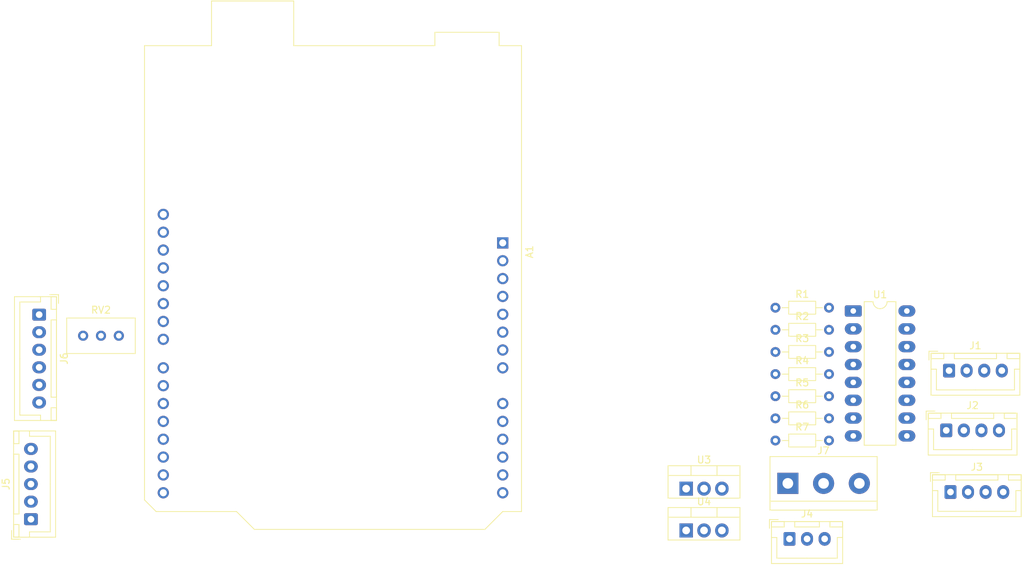
<source format=kicad_pcb>
(kicad_pcb (version 20241229) (generator "pcbnew") (generator_version "9.0")
  (layers (0 "F.Cu" signal) (2 "B.Cu" signal) (13 "F.Paste" user) (15 "B.Paste" user) (5 "F.SilkS" user "F.Silkscreen") (7 "B.SilkS" user "B.Silkscreen") (1 "F.Mask" user) (3 "B.Mask" user) (25 "Edge.Cuts" user))
  (net 0 "")
  (net 1 "+5VA")
  (net 4 "/LCD_D7")
  (net 6 "/BCD-2")
  (net 7 "/LCD_EN")
  (net 8 "/m2_Vbat")
  (net 9 "GND")
  (net 11 "/LCD_D5")
  (net 12 "/m1_Vbat")
  (net 14 "/LCD_D6")
  (net 17 "/LCD_RS")
  (net 18 "/m3_Vbat")
  (net 20 "Net-(A1-A1)")
  (net 22 "/COMMON")
  (net 25 "Net-(A1-A0)")
  (net 26 "/LCD_D4")
  (net 27 "/BCD-1")
  (net 29 "Net-(J5-Pin_5)")
  (net 30 "Net-(J6-Pin_3)")
  (net 31 "+5VD")
  (net 32 "/m1_Ibat")
  (net 33 "/m1_Iout")
  (net 34 "/m2_Ibat")
  (net 35 "/m2_Iout")
  (net 36 "/m3_Iout")
  (net 37 "/m3_Ibat")
  (net 38 "/UP")
  (net 39 "VCC")
  (net 40 "/dc_out")
  (net 41 "/dc_Vin")
  (net 42 "/dc_Vout")
  (footprint "Potentiometer_THT:Potentiometer_Bourns_3296W_Vertical" (layer "F.Cu") (at 59.65 72.79)
    (property "Reference" "RV2" (at -2.54 -3.66 0) (layer "F.SilkS"))
    (property "Value" "10K")
    (fp_line (start -7.415 -2.52) (end 2.335 -2.52) (stroke (width 0.12)) (layer "F.SilkS"))
    (fp_line (start -7.415 2.53) (end -7.415 -2.52) (stroke (width 0.12)) (layer "F.SilkS"))
    (fp_line (start 2.335 -2.52) (end 2.335 2.53) (stroke (width 0.12)) (layer "F.SilkS"))
    (fp_line (start 2.335 2.53) (end -7.415 2.53) (stroke (width 0.12)) (layer "F.SilkS"))
    (pad "1" thru_hole circle (at 0 0) (size 1.44 1.44) (drill 0.8) (layers "*.Cu" "*.Mask") (net 31 "+5VD"))
    (pad "2" thru_hole circle (at -2.54 0) (size 1.44 1.44) (drill 0.8) (layers "*.Cu" "*.Mask") (net 30 "Net-(J6-Pin_3)"))
    (pad "3" thru_hole circle (at -5.08 0) (size 1.44 1.44) (drill 0.8) (layers "*.Cu" "*.Mask") (net 9 "GND"))
  )
  (footprint "Package_DIP:DIP-16_W7.62mm_LongPads" (layer "F.Cu") (at 164.07 69.27)
    (property "Reference" "U1" (at 3.81 -2.33 0) (layer "F.SilkS"))
    (property "Value" "4052")
    (fp_line (start 1.56 -1.33) (end 1.56 19.11) (stroke (width 0.12)) (layer "F.SilkS"))
    (fp_line (start 1.56 19.11) (end 6.06 19.11) (stroke (width 0.12)) (layer "F.SilkS"))
    (fp_line (start 2.81 -1.33) (end 1.56 -1.33) (stroke (width 0.12)) (layer "F.SilkS"))
    (fp_line (start 6.06 -1.33) (end 4.81 -1.33) (stroke (width 0.12)) (layer "F.SilkS"))
    (fp_line (start 6.06 19.11) (end 6.06 -1.33) (stroke (width 0.12)) (layer "F.SilkS"))
    (fp_arc (start 4.81 -1.33) (mid 3.81 -0.33) (end 2.81 -1.33) (stroke (width 0.12)) (layer "F.SilkS"))
    (pad "1" thru_hole roundrect (at 0 0) (size 2.4 1.6) (drill 0.8) (layers "*.Cu" "*.Mask") (roundrect_rratio 0.15625) (net 36 "/m3_Iout"))
    (pad "2" thru_hole oval (at 0 2.54) (size 2.4 1.6) (drill 0.8) (layers "*.Cu" "*.Mask") (net 41 "/dc_Vin"))
    (pad "3" thru_hole oval (at 0 5.08) (size 2.4 1.6) (drill 0.8) (layers "*.Cu" "*.Mask") (net 20 "Net-(A1-A1)"))
    (pad "4" thru_hole oval (at 0 7.62) (size 2.4 1.6) (drill 0.8) (layers "*.Cu" "*.Mask") (net 42 "/dc_Vout"))
    (pad "5" thru_hole oval (at 0 10.16) (size 2.4 1.6) (drill 0.8) (layers "*.Cu" "*.Mask") (net 37 "/m3_Ibat"))
    (pad "6" thru_hole oval (at 0 12.7) (size 2.4 1.6) (drill 0.8) (layers "*.Cu" "*.Mask") (net 9 "GND"))
    (pad "7" thru_hole oval (at 0 15.24) (size 2.4 1.6) (drill 0.8) (layers "*.Cu" "*.Mask") (net 9 "GND"))
    (pad "8" thru_hole oval (at 0 17.78) (size 2.4 1.6) (drill 0.8) (layers "*.Cu" "*.Mask") (net 9 "GND"))
    (pad "9" thru_hole oval (at 7.62 17.78) (size 2.4 1.6) (drill 0.8) (layers "*.Cu" "*.Mask") (net 6 "/BCD-2"))
    (pad "10" thru_hole oval (at 7.62 15.24) (size 2.4 1.6) (drill 0.8) (layers "*.Cu" "*.Mask") (net 27 "/BCD-1"))
    (pad "11" thru_hole oval (at 7.62 12.7) (size 2.4 1.6) (drill 0.8) (layers "*.Cu" "*.Mask") (net 34 "/m2_Ibat"))
    (pad "12" thru_hole oval (at 7.62 10.16) (size 2.4 1.6) (drill 0.8) (layers "*.Cu" "*.Mask") (net 33 "/m1_Iout"))
    (pad "13" thru_hole oval (at 7.62 7.62) (size 2.4 1.6) (drill 0.8) (layers "*.Cu" "*.Mask") (net 25 "Net-(A1-A0)"))
    (pad "14" thru_hole oval (at 7.62 5.08) (size 2.4 1.6) (drill 0.8) (layers "*.Cu" "*.Mask") (net 32 "/m1_Ibat"))
    (pad "15" thru_hole oval (at 7.62 2.54) (size 2.4 1.6) (drill 0.8) (layers "*.Cu" "*.Mask") (net 35 "/m2_Iout"))
    (pad "16" thru_hole oval (at 7.62 0) (size 2.4 1.6) (drill 0.8) (layers "*.Cu" "*.Mask") (net 1 "+5VA"))
  )
  (footprint "Package_TO_SOT_THT:TO-220-3_Vertical" (layer "F.Cu") (at 140.31 100.5)
    (property "Reference" "U4" (at 2.54 -4.1 0) (layer "F.SilkS"))
    (property "Value" "L7805")
    (fp_line (start -2.57 -3.26) (end 7.65 -3.26) (stroke (width 0.12)) (layer "F.SilkS"))
    (fp_line (start -2.57 -1.88) (end 7.65 -1.88) (stroke (width 0.12)) (layer "F.SilkS"))
    (fp_line (start -2.57 1.36) (end -2.57 -3.26) (stroke (width 0.12)) (layer "F.SilkS"))
    (fp_line (start 0.69 -3.26) (end 0.69 -1.88) (stroke (width 0.12)) (layer "F.SilkS"))
    (fp_line (start 4.39 -3.26) (end 4.39 -1.88) (stroke (width 0.12)) (layer "F.SilkS"))
    (fp_line (start 7.65 -3.26) (end 7.65 1.36) (stroke (width 0.12)) (layer "F.SilkS"))
    (fp_line (start 7.65 1.36) (end -2.57 1.36) (stroke (width 0.12)) (layer "F.SilkS"))
    (pad "1" thru_hole rect (at 0 0) (size 1.905 2) (drill 1.1) (layers "*.Cu" "*.Mask") (net 39 "VCC"))
    (pad "2" thru_hole oval (at 2.54 0) (size 1.905 2) (drill 1.1) (layers "*.Cu" "*.Mask") (net 9 "GND"))
    (pad "3" thru_hole oval (at 5.08 0) (size 1.905 2) (drill 1.1) (layers "*.Cu" "*.Mask") (net 31 "+5VD"))
  )
  (footprint "Resistor_THT:R_Axial_DIN0204_L3.6mm_D1.6mm_P7.62mm_Horizontal" (layer "F.Cu") (at 153 87.7)
    (property "Reference" "R7" (at 3.81 -1.92 0) (layer "F.SilkS"))
    (property "Value" "10K")
    (fp_line (start 0.94 0) (end 1.89 0) (stroke (width 0.12)) (layer "F.SilkS"))
    (fp_line (start 6.68 0) (end 5.73 0) (stroke (width 0.12)) (layer "F.SilkS"))
    (fp_rect (start 1.89 -0.92) (end 5.73 0.92) (stroke (width 0.12)) (fill no) (layer "F.SilkS"))
    (pad "1" thru_hole circle (at 0 0) (size 1.4 1.4) (drill 0.7) (layers "*.Cu" "*.Mask") (net 22 "/COMMON"))
    (pad "2" thru_hole circle (at 7.62 0) (size 1.4 1.4) (drill 0.7) (layers "*.Cu" "*.Mask") (net 1 "+5VA"))
  )
  (footprint "TerminalBlock:TerminalBlock_bornier-3_P5.08mm" (layer "F.Cu") (at 154.77 93.8)
    (property "Reference" "J7" (at 5.05 -4.65 0) (layer "F.SilkS"))
    (property "Value" "Screw_Terminal_01x03")
    (fp_line (start -2.54 -3.81) (end 12.7 -3.81) (stroke (width 0.12)) (layer "F.SilkS"))
    (fp_line (start -2.54 2.54) (end 12.7 2.54) (stroke (width 0.12)) (layer "F.SilkS"))
    (fp_line (start -2.54 3.81) (end -2.54 -3.81) (stroke (width 0.12)) (layer "F.SilkS"))
    (fp_line (start -2.54 3.81) (end 12.7 3.81) (stroke (width 0.12)) (layer "F.SilkS"))
    (fp_line (start 12.7 3.81) (end 12.7 -3.81) (stroke (width 0.12)) (layer "F.SilkS"))
    (pad "1" thru_hole rect (at 0 0) (size 3 3) (drill 1.52) (layers "*.Cu" "*.Mask") (net 39 "VCC"))
    (pad "2" thru_hole circle (at 5.08 0) (size 3 3) (drill 1.52) (layers "*.Cu" "*.Mask") (net 40 "/dc_out"))
    (pad "3" thru_hole circle (at 10.16 0) (size 3 3) (drill 1.52) (layers "*.Cu" "*.Mask") (net 9 "GND"))
  )
  (footprint "Resistor_THT:R_Axial_DIN0204_L3.6mm_D1.6mm_P7.62mm_Horizontal" (layer "F.Cu") (at 153 78.25)
    (property "Reference" "R4" (at 3.81 -1.92 0) (layer "F.SilkS"))
    (property "Value" "1K")
    (fp_line (start 0.94 0) (end 1.89 0) (stroke (width 0.12)) (layer "F.SilkS"))
    (fp_line (start 6.68 0) (end 5.73 0) (stroke (width 0.12)) (layer "F.SilkS"))
    (fp_rect (start 1.89 -0.92) (end 5.73 0.92) (stroke (width 0.12)) (fill no) (layer "F.SilkS"))
    (pad "1" thru_hole circle (at 0 0) (size 1.4 1.4) (drill 0.7) (layers "*.Cu" "*.Mask") (net 42 "/dc_Vout"))
    (pad "2" thru_hole circle (at 7.62 0) (size 1.4 1.4) (drill 0.7) (layers "*.Cu" "*.Mask") (net 9 "GND"))
  )
  (footprint "Connector_JST:JST_XH_B5B-XH-A_1x05_P2.50mm_Vertical" (layer "F.Cu") (at 47.15 98.9 90)
    (property "Reference" "J5" (at 5 -3.55 90) (layer "F.SilkS"))
    (property "Value" "Conn_01x05")
    (fp_line (start -1.6 -2.75) (end -2.85 -2.75) (stroke (width 0.12)) (layer "F.SilkS"))
    (fp_line (start -2.85 -2.75) (end -2.85 -1.5) (stroke (width 0.12)) (layer "F.SilkS"))
    (fp_line (start 12.56 -2.46) (end -2.56 -2.46) (stroke (width 0.12)) (layer "F.SilkS"))
    (fp_line (start -2.56 -2.46) (end -2.56 3.51) (stroke (width 0.12)) (layer "F.SilkS"))
    (fp_line (start 12.55 -2.45) (end 10.75 -2.45) (stroke (width 0.12)) (layer "F.SilkS"))
    (fp_line (start 10.75 -2.45) (end 10.75 -1.7) (stroke (width 0.12)) (layer "F.SilkS"))
    (fp_line (start 9.25 -2.45) (end 0.75 -2.45) (stroke (width 0.12)) (layer "F.SilkS"))
    (fp_line (start 0.75 -2.45) (end 0.75 -1.7) (stroke (width 0.12)) (layer "F.SilkS"))
    (fp_line (start -0.75 -2.45) (end -2.55 -2.45) (stroke (width 0.12)) (layer "F.SilkS"))
    (fp_line (start -2.55 -2.45) (end -2.55 -1.7) (stroke (width 0.12)) (layer "F.SilkS"))
    (fp_line (start 12.55 -1.7) (end 12.55 -2.45) (stroke (width 0.12)) (layer "F.SilkS"))
    (fp_line (start 10.75 -1.7) (end 12.55 -1.7) (stroke (width 0.12)) (layer "F.SilkS"))
    (fp_line (start 9.25 -1.7) (end 9.25 -2.45) (stroke (width 0.12)) (layer "F.SilkS"))
    (fp_line (start 0.75 -1.7) (end 9.25 -1.7) (stroke (width 0.12)) (layer "F.SilkS"))
    (fp_line (start -0.75 -1.7) (end -0.75 -2.45) (stroke (width 0.12)) (layer "F.SilkS"))
    (fp_line (start -2.55 -1.7) (end -0.75 -1.7) (stroke (width 0.12)) (layer "F.SilkS"))
    (fp_line (start 12.55 -0.2) (end 11.8 -0.2) (stroke (width 0.12)) (layer "F.SilkS"))
    (fp_line (start 11.8 -0.2) (end 11.8 2.75) (stroke (width 0.12)) (layer "F.SilkS"))
    (fp_line (start -1.8 -0.2) (end -1.8 2.75) (stroke (width 0.12)) (layer "F.SilkS"))
    (fp_line (start -2.55 -0.2) (end -1.8 -0.2) (stroke (width 0.12)) (layer "F.SilkS"))
    (fp_line (start 11.8 2.75) (end 5 2.75) (stroke (width 0.12)) (layer "F.SilkS"))
    (fp_line (start -1.8 2.75) (end 5 2.75) (stroke (width 0.12)) (layer "F.SilkS"))
    (fp_line (start 12.56 3.51) (end 12.56 -2.46) (stroke (width 0.12)) (layer "F.SilkS"))
    (fp_line (start -2.56 3.51) (end 12.56 3.51) (stroke (width 0.12)) (layer "F.SilkS"))
    (pad "1" thru_hole roundrect (at 0 0 90) (size 1.7 1.95) (drill 0.95) (layers "*.Cu" "*.Mask") (roundrect_rratio 0.147059) (net 26 "/LCD_D4"))
    (pad "2" thru_hole oval (at 2.5 0 90) (size 1.7 1.95) (drill 0.95) (layers "*.Cu" "*.Mask") (net 11 "/LCD_D5"))
    (pad "3" thru_hole oval (at 5 0 90) (size 1.7 1.95) (drill 0.95) (layers "*.Cu" "*.Mask") (net 14 "/LCD_D6"))
    (pad "4" thru_hole oval (at 7.5 0 90) (size 1.7 1.95) (drill 0.95) (layers "*.Cu" "*.Mask") (net 4 "/LCD_D7"))
    (pad "5" thru_hole oval (at 10 0 90) (size 1.7 1.95) (drill 0.95) (layers "*.Cu" "*.Mask") (net 29 "Net-(J5-Pin_5)"))
  )
  (footprint "Module:Arduino_UNO_R2" (layer "F.Cu") (at 114.23 59.58 -90)
    (property "Reference" "A1" (at 1.27 -3.81 90) (layer "F.SilkS"))
    (property "Value" "Arduino_UNO_R2")
    (fp_line (start -28.07 50.93) (end 36.58 50.93) (stroke (width 0.12)) (layer "F.SilkS"))
    (fp_line (start 36.58 50.93) (end 38.23 49.28) (stroke (width 0.12)) (layer "F.SilkS"))
    (fp_line (start 38.23 49.28) (end 38.23 37.85) (stroke (width 0.12)) (layer "F.SilkS"))
    (fp_line (start -34.42 41.4) (end -28.07 41.4) (stroke (width 0.12)) (layer "F.SilkS"))
    (fp_line (start -28.07 41.4) (end -28.07 50.93) (stroke (width 0.12)) (layer "F.SilkS"))
    (fp_line (start 38.23 37.85) (end 40.77 35.31) (stroke (width 0.12)) (layer "F.SilkS"))
    (fp_line (start 40.77 35.31) (end 40.77 2.54) (stroke (width 0.12)) (layer "F.SilkS"))
    (fp_line (start -34.42 29.72) (end -34.42 41.4) (stroke (width 0.12)) (layer "F.SilkS"))
    (fp_line (start -28.07 29.72) (end -34.42 29.72) (stroke (width 0.12)) (layer "F.SilkS"))
    (fp_line (start -29.97 9.65) (end -28.07 9.65) (stroke (width 0.12)) (layer "F.SilkS"))
    (fp_line (start -28.07 9.65) (end -28.07 29.72) (stroke (width 0.12)) (layer "F.SilkS"))
    (fp_line (start 40.77 2.54) (end 38.23 0) (stroke (width 0.12)) (layer "F.SilkS"))
    (fp_line (start -29.97 0.51) (end -29.97 9.65) (stroke (width 0.12)) (layer "F.SilkS"))
    (fp_line (start -28.07 0.51) (end -29.97 0.51) (stroke (width 0.12)) (layer "F.SilkS"))
    (fp_line (start 38.23 0) (end 38.23 -2.67) (stroke (width 0.12)) (layer "F.SilkS"))
    (fp_line (start -28.07 -2.67) (end -28.07 0.51) (stroke (width 0.12)) (layer "F.SilkS"))
    (fp_line (start 38.23 -2.67) (end -28.07 -2.67) (stroke (width 0.12)) (layer "F.SilkS"))
    (pad "1" thru_hole rect (at 0 0) (size 1.6 1.6) (drill 1) (layers "*.Cu" "*.Mask"))
    (pad "2" thru_hole oval (at 2.54 0) (size 1.6 1.6) (drill 1) (layers "*.Cu" "*.Mask"))
    (pad "3" thru_hole oval (at 5.08 0) (size 1.6 1.6) (drill 1) (layers "*.Cu" "*.Mask"))
    (pad "4" thru_hole oval (at 7.62 0) (size 1.6 1.6) (drill 1) (layers "*.Cu" "*.Mask"))
    (pad "5" thru_hole oval (at 10.16 0) (size 1.6 1.6) (drill 1) (layers "*.Cu" "*.Mask"))
    (pad "6" thru_hole oval (at 12.7 0) (size 1.6 1.6) (drill 1) (layers "*.Cu" "*.Mask") (net 9 "GND"))
    (pad "7" thru_hole oval (at 15.24 0) (size 1.6 1.6) (drill 1) (layers "*.Cu" "*.Mask") (net 9 "GND"))
    (pad "8" thru_hole oval (at 17.78 0) (size 1.6 1.6) (drill 1) (layers "*.Cu" "*.Mask") (net 1 "+5VA"))
    (pad "9" thru_hole oval (at 22.86 0) (size 1.6 1.6) (drill 1) (layers "*.Cu" "*.Mask") (net 25 "Net-(A1-A0)"))
    (pad "10" thru_hole oval (at 25.4 0) (size 1.6 1.6) (drill 1) (layers "*.Cu" "*.Mask") (net 20 "Net-(A1-A1)"))
    (pad "11" thru_hole oval (at 27.94 0) (size 1.6 1.6) (drill 1) (layers "*.Cu" "*.Mask") (net 12 "/m1_Vbat"))
    (pad "12" thru_hole oval (at 30.48 0) (size 1.6 1.6) (drill 1) (layers "*.Cu" "*.Mask") (net 8 "/m2_Vbat"))
    (pad "13" thru_hole oval (at 33.02 0) (size 1.6 1.6) (drill 1) (layers "*.Cu" "*.Mask") (net 18 "/m3_Vbat"))
    (pad "14" thru_hole oval (at 35.56 0) (size 1.6 1.6) (drill 1) (layers "*.Cu" "*.Mask") (net 22 "/COMMON"))
    (pad "15" thru_hole oval (at 35.56 48.26) (size 1.6 1.6) (drill 1) (layers "*.Cu" "*.Mask"))
    (pad "16" thru_hole oval (at 33.02 48.26) (size 1.6 1.6) (drill 1) (layers "*.Cu" "*.Mask"))
    (pad "17" thru_hole oval (at 30.48 48.26) (size 1.6 1.6) (drill 1) (layers "*.Cu" "*.Mask") (net 26 "/LCD_D4"))
    (pad "18" thru_hole oval (at 27.94 48.26) (size 1.6 1.6) (drill 1) (layers "*.Cu" "*.Mask") (net 11 "/LCD_D5"))
    (pad "19" thru_hole oval (at 25.4 48.26) (size 1.6 1.6) (drill 1) (layers "*.Cu" "*.Mask") (net 14 "/LCD_D6"))
    (pad "20" thru_hole oval (at 22.86 48.26) (size 1.6 1.6) (drill 1) (layers "*.Cu" "*.Mask") (net 4 "/LCD_D7"))
    (pad "21" thru_hole oval (at 20.32 48.26) (size 1.6 1.6) (drill 1) (layers "*.Cu" "*.Mask") (net 7 "/LCD_EN"))
    (pad "22" thru_hole oval (at 17.78 48.26) (size 1.6 1.6) (drill 1) (layers "*.Cu" "*.Mask") (net 17 "/LCD_RS"))
    (pad "23" thru_hole oval (at 13.72 48.26) (size 1.6 1.6) (drill 1) (layers "*.Cu" "*.Mask") (net 27 "/BCD-1"))
    (pad "24" thru_hole oval (at 11.18 48.26) (size 1.6 1.6) (drill 1) (layers "*.Cu" "*.Mask") (net 6 "/BCD-2"))
    (pad "25" thru_hole oval (at 8.64 48.26) (size 1.6 1.6) (drill 1) (layers "*.Cu" "*.Mask"))
    (pad "26" thru_hole oval (at 6.1 48.26) (size 1.6 1.6) (drill 1) (layers "*.Cu" "*.Mask"))
    (pad "27" thru_hole oval (at 3.56 48.26) (size 1.6 1.6) (drill 1) (layers "*.Cu" "*.Mask"))
    (pad "28" thru_hole oval (at 1.02 48.26) (size 1.6 1.6) (drill 1) (layers "*.Cu" "*.Mask"))
    (pad "29" thru_hole oval (at -1.52 48.26) (size 1.6 1.6) (drill 1) (layers "*.Cu" "*.Mask") (net 9 "GND"))
    (pad "30" thru_hole oval (at -4.06 48.26) (size 1.6 1.6) (drill 1) (layers "*.Cu" "*.Mask"))
  )
  (footprint "Resistor_THT:R_Axial_DIN0204_L3.6mm_D1.6mm_P7.62mm_Horizontal" (layer "F.Cu") (at 153 68.8)
    (property "Reference" "R1" (at 3.81 -1.92 0) (layer "F.SilkS"))
    (property "Value" "3K3")
    (fp_line (start 0.94 0) (end 1.89 0) (stroke (width 0.12)) (layer "F.SilkS"))
    (fp_line (start 6.68 0) (end 5.73 0) (stroke (width 0.12)) (layer "F.SilkS"))
    (fp_rect (start 1.89 -0.92) (end 5.73 0.92) (stroke (width 0.12)) (fill no) (layer "F.SilkS"))
    (pad "1" thru_hole circle (at 0 0) (size 1.4 1.4) (drill 0.7) (layers "*.Cu" "*.Mask") (net 41 "/dc_Vin"))
    (pad "2" thru_hole circle (at 7.62 0) (size 1.4 1.4) (drill 0.7) (layers "*.Cu" "*.Mask") (net 40 "/dc_out"))
  )
  (footprint "Resistor_THT:R_Axial_DIN0204_L3.6mm_D1.6mm_P7.62mm_Horizontal" (layer "F.Cu") (at 153 84.55)
    (property "Reference" "R6" (at 3.81 -1.92 0) (layer "F.SilkS"))
    (property "Value" "10K")
    (fp_line (start 0.94 0) (end 1.89 0) (stroke (width 0.12)) (layer "F.SilkS"))
    (fp_line (start 6.68 0) (end 5.73 0) (stroke (width 0.12)) (layer "F.SilkS"))
    (fp_rect (start 1.89 -0.92) (end 5.73 0.92) (stroke (width 0.12)) (fill no) (layer "F.SilkS"))
    (pad "1" thru_hole circle (at 0 0) (size 1.4 1.4) (drill 0.7) (layers "*.Cu" "*.Mask") (net 9 "GND"))
    (pad "2" thru_hole circle (at 7.62 0) (size 1.4 1.4) (drill 0.7) (layers "*.Cu" "*.Mask") (net 38 "/UP"))
  )
  (footprint "Resistor_THT:R_Axial_DIN0204_L3.6mm_D1.6mm_P7.62mm_Horizontal" (layer "F.Cu") (at 153 81.4)
    (property "Reference" "R5" (at 3.81 -1.92 0) (layer "F.SilkS"))
    (property "Value" "1K")
    (fp_line (start 0.94 0) (end 1.89 0) (stroke (width 0.12)) (layer "F.SilkS"))
    (fp_line (start 6.68 0) (end 5.73 0) (stroke (width 0.12)) (layer "F.SilkS"))
    (fp_rect (start 1.89 -0.92) (end 5.73 0.92) (stroke (width 0.12)) (fill no) (layer "F.SilkS"))
    (pad "1" thru_hole circle (at 0 0) (size 1.4 1.4) (drill 0.7) (layers "*.Cu" "*.Mask") (net 41 "/dc_Vin"))
    (pad "2" thru_hole circle (at 7.62 0) (size 1.4 1.4) (drill 0.7) (layers "*.Cu" "*.Mask") (net 9 "GND"))
  )
  (footprint "Connector_JST:JST_XH_B4B-XH-A_1x04_P2.50mm_Vertical" (layer "F.Cu") (at 177.29 86.26)
    (property "Reference" "J2" (at 3.75 -3.55 0) (layer "F.SilkS"))
    (property "Value" "Conn_01x04")
    (fp_line (start -2.85 -2.75) (end -2.85 -1.5) (stroke (width 0.12)) (layer "F.SilkS"))
    (fp_line (start -2.56 -2.46) (end -2.56 3.51) (stroke (width 0.12)) (layer "F.SilkS"))
    (fp_line (start -2.56 3.51) (end 10.06 3.51) (stroke (width 0.12)) (layer "F.SilkS"))
    (fp_line (start -2.55 -2.45) (end -2.55 -1.7) (stroke (width 0.12)) (layer "F.SilkS"))
    (fp_line (start -2.55 -1.7) (end -0.75 -1.7) (stroke (width 0.12)) (layer "F.SilkS"))
    (fp_line (start -2.55 -0.2) (end -1.8 -0.2) (stroke (width 0.12)) (layer "F.SilkS"))
    (fp_line (start -1.8 -0.2) (end -1.8 2.75) (stroke (width 0.12)) (layer "F.SilkS"))
    (fp_line (start -1.8 2.75) (end 3.75 2.75) (stroke (width 0.12)) (layer "F.SilkS"))
    (fp_line (start -1.6 -2.75) (end -2.85 -2.75) (stroke (width 0.12)) (layer "F.SilkS"))
    (fp_line (start -0.75 -2.45) (end -2.55 -2.45) (stroke (width 0.12)) (layer "F.SilkS"))
    (fp_line (start -0.75 -1.7) (end -0.75 -2.45) (stroke (width 0.12)) (layer "F.SilkS"))
    (fp_line (start 0.75 -2.45) (end 0.75 -1.7) (stroke (width 0.12)) (layer "F.SilkS"))
    (fp_line (start 0.75 -1.7) (end 6.75 -1.7) (stroke (width 0.12)) (layer "F.SilkS"))
    (fp_line (start 6.75 -2.45) (end 0.75 -2.45) (stroke (width 0.12)) (layer "F.SilkS"))
    (fp_line (start 6.75 -1.7) (end 6.75 -2.45) (stroke (width 0.12)) (layer "F.SilkS"))
    (fp_line (start 8.25 -2.45) (end 8.25 -1.7) (stroke (width 0.12)) (layer "F.SilkS"))
    (fp_line (start 8.25 -1.7) (end 10.05 -1.7) (stroke (width 0.12)) (layer "F.SilkS"))
    (fp_line (start 9.3 -0.2) (end 9.3 2.75) (stroke (width 0.12)) (layer "F.SilkS"))
    (fp_line (start 9.3 2.75) (end 3.75 2.75) (stroke (width 0.12)) (layer "F.SilkS"))
    (fp_line (start 10.05 -2.45) (end 8.25 -2.45) (stroke (width 0.12)) (layer "F.SilkS"))
    (fp_line (start 10.05 -1.7) (end 10.05 -2.45) (stroke (width 0.12)) (layer "F.SilkS"))
    (fp_line (start 10.05 -0.2) (end 9.3 -0.2) (stroke (width 0.12)) (layer "F.SilkS"))
    (fp_line (start 10.06 -2.46) (end -2.56 -2.46) (stroke (width 0.12)) (layer "F.SilkS"))
    (fp_line (start 10.06 3.51) (end 10.06 -2.46) (stroke (width 0.12)) (layer "F.SilkS"))
    (pad "1" thru_hole roundrect (at 0 0) (size 1.7 1.95) (drill 0.95) (layers "*.Cu" "*.Mask") (roundrect_rratio 0.147059) (net 1 "+5VA"))
    (pad "2" thru_hole oval (at 2.5 0) (size 1.7 1.95) (drill 0.95) (layers "*.Cu" "*.Mask") (net 35 "/m2_Iout"))
    (pad "3" thru_hole oval (at 5 0) (size 1.7 1.95) (drill 0.95) (layers "*.Cu" "*.Mask") (net 34 "/m2_Ibat"))
    (pad "4" thru_hole oval (at 7.5 0) (size 1.7 1.95) (drill 0.95) (layers "*.Cu" "*.Mask") (net 8 "/m2_Vbat"))
  )
  (footprint "Package_TO_SOT_THT:TO-220-3_Vertical" (layer "F.Cu") (at 140.31 94.55)
    (property "Reference" "U3" (at 2.54 -4.1 0) (layer "F.SilkS"))
    (property "Value" "L7805")
    (fp_line (start -2.57 -3.26) (end 7.65 -3.26) (stroke (width 0.12)) (layer "F.SilkS"))
    (fp_line (start -2.57 -1.88) (end 7.65 -1.88) (stroke (width 0.12)) (layer "F.SilkS"))
    (fp_line (start -2.57 1.36) (end -2.57 -3.26) (stroke (width 0.12)) (layer "F.SilkS"))
    (fp_line (start 0.69 -3.26) (end 0.69 -1.88) (stroke (width 0.12)) (layer "F.SilkS"))
    (fp_line (start 4.39 -3.26) (end 4.39 -1.88) (stroke (width 0.12)) (layer "F.SilkS"))
    (fp_line (start 7.65 -3.26) (end 7.65 1.36) (stroke (width 0.12)) (layer "F.SilkS"))
    (fp_line (start 7.65 1.36) (end -2.57 1.36) (stroke (width 0.12)) (layer "F.SilkS"))
    (pad "1" thru_hole rect (at 0 0) (size 1.905 2) (drill 1.1) (layers "*.Cu" "*.Mask") (net 39 "VCC"))
    (pad "2" thru_hole oval (at 2.54 0) (size 1.905 2) (drill 1.1) (layers "*.Cu" "*.Mask") (net 9 "GND"))
    (pad "3" thru_hole oval (at 5.08 0) (size 1.905 2) (drill 1.1) (layers "*.Cu" "*.Mask") (net 1 "+5VA"))
  )
  (footprint "Connector_JST:JST_XH_B4B-XH-A_1x04_P2.50mm_Vertical" (layer "F.Cu") (at 177.89 95.03)
    (property "Reference" "J3" (at 3.75 -3.55 0) (layer "F.SilkS"))
    (property "Value" "Conn_01x04")
    (fp_line (start -2.85 -2.75) (end -2.85 -1.5) (stroke (width 0.12)) (layer "F.SilkS"))
    (fp_line (start -2.56 -2.46) (end -2.56 3.51) (stroke (width 0.12)) (layer "F.SilkS"))
    (fp_line (start -2.56 3.51) (end 10.06 3.51) (stroke (width 0.12)) (layer "F.SilkS"))
    (fp_line (start -2.55 -2.45) (end -2.55 -1.7) (stroke (width 0.12)) (layer "F.SilkS"))
    (fp_line (start -2.55 -1.7) (end -0.75 -1.7) (stroke (width 0.12)) (layer "F.SilkS"))
    (fp_line (start -2.55 -0.2) (end -1.8 -0.2) (stroke (width 0.12)) (layer "F.SilkS"))
    (fp_line (start -1.8 -0.2) (end -1.8 2.75) (stroke (width 0.12)) (layer "F.SilkS"))
    (fp_line (start -1.8 2.75) (end 3.75 2.75) (stroke (width 0.12)) (layer "F.SilkS"))
    (fp_line (start -1.6 -2.75) (end -2.85 -2.75) (stroke (width 0.12)) (layer "F.SilkS"))
    (fp_line (start -0.75 -2.45) (end -2.55 -2.45) (stroke (width 0.12)) (layer "F.SilkS"))
    (fp_line (start -0.75 -1.7) (end -0.75 -2.45) (stroke (width 0.12)) (layer "F.SilkS"))
    (fp_line (start 0.75 -2.45) (end 0.75 -1.7) (stroke (width 0.12)) (layer "F.SilkS"))
    (fp_line (start 0.75 -1.7) (end 6.75 -1.7) (stroke (width 0.12)) (layer "F.SilkS"))
    (fp_line (start 6.75 -2.45) (end 0.75 -2.45) (stroke (width 0.12)) (layer "F.SilkS"))
    (fp_line (start 6.75 -1.7) (end 6.75 -2.45) (stroke (width 0.12)) (layer "F.SilkS"))
    (fp_line (start 8.25 -2.45) (end 8.25 -1.7) (stroke (width 0.12)) (layer "F.SilkS"))
    (fp_line (start 8.25 -1.7) (end 10.05 -1.7) (stroke (width 0.12)) (layer "F.SilkS"))
    (fp_line (start 9.3 -0.2) (end 9.3 2.75) (stroke (width 0.12)) (layer "F.SilkS"))
    (fp_line (start 9.3 2.75) (end 3.75 2.75) (stroke (width 0.12)) (layer "F.SilkS"))
    (fp_line (start 10.05 -2.45) (end 8.25 -2.45) (stroke (width 0.12)) (layer "F.SilkS"))
    (fp_line (start 10.05 -1.7) (end 10.05 -2.45) (stroke (width 0.12)) (layer "F.SilkS"))
    (fp_line (start 10.05 -0.2) (end 9.3 -0.2) (stroke (width 0.12)) (layer "F.SilkS"))
    (fp_line (start 10.06 -2.46) (end -2.56 -2.46) (stroke (width 0.12)) (layer "F.SilkS"))
    (fp_line (start 10.06 3.51) (end 10.06 -2.46) (stroke (width 0.12)) (layer "F.SilkS"))
    (pad "1" thru_hole roundrect (at 0 0) (size 1.7 1.95) (drill 0.95) (layers "*.Cu" "*.Mask") (roundrect_rratio 0.147059) (net 1 "+5VA"))
    (pad "2" thru_hole oval (at 2.5 0) (size 1.7 1.95) (drill 0.95) (layers "*.Cu" "*.Mask") (net 36 "/m3_Iout"))
    (pad "3" thru_hole oval (at 5 0) (size 1.7 1.95) (drill 0.95) (layers "*.Cu" "*.Mask") (net 37 "/m3_Ibat"))
    (pad "4" thru_hole oval (at 7.5 0) (size 1.7 1.95) (drill 0.95) (layers "*.Cu" "*.Mask") (net 18 "/m3_Vbat"))
  )
  (footprint "Connector_JST:JST_XH_B6B-XH-A_1x06_P2.50mm_Vertical" (layer "F.Cu") (at 48.32 69.79 -90)
    (property "Reference" "J6" (at 6.25 -3.55 90) (layer "F.SilkS"))
    (property "Value" "Conn_01x05")
    (fp_line (start -2.56 3.51) (end 15.06 3.51) (stroke (width 0.12)) (layer "F.SilkS"))
    (fp_line (start 15.06 3.51) (end 15.06 -2.46) (stroke (width 0.12)) (layer "F.SilkS"))
    (fp_line (start -1.8 2.75) (end 6.25 2.75) (stroke (width 0.12)) (layer "F.SilkS"))
    (fp_line (start 14.3 2.75) (end 6.25 2.75) (stroke (width 0.12)) (layer "F.SilkS"))
    (fp_line (start -2.55 -0.2) (end -1.8 -0.2) (stroke (width 0.12)) (layer "F.SilkS"))
    (fp_line (start -1.8 -0.2) (end -1.8 2.75) (stroke (width 0.12)) (layer "F.SilkS"))
    (fp_line (start 14.3 -0.2) (end 14.3 2.75) (stroke (width 0.12)) (layer "F.SilkS"))
    (fp_line (start 15.05 -0.2) (end 14.3 -0.2) (stroke (width 0.12)) (layer "F.SilkS"))
    (fp_line (start -2.55 -1.7) (end -0.75 -1.7) (stroke (width 0.12)) (layer "F.SilkS"))
    (fp_line (start -0.75 -1.7) (end -0.75 -2.45) (stroke (width 0.12)) (layer "F.SilkS"))
    (fp_line (start 0.75 -1.7) (end 11.75 -1.7) (stroke (width 0.12)) (layer "F.SilkS"))
    (fp_line (start 11.75 -1.7) (end 11.75 -2.45) (stroke (width 0.12)) (layer "F.SilkS"))
    (fp_line (start 13.25 -1.7) (end 15.05 -1.7) (stroke (width 0.12)) (layer "F.SilkS"))
    (fp_line (start 15.05 -1.7) (end 15.05 -2.45) (stroke (width 0.12)) (layer "F.SilkS"))
    (fp_line (start -2.55 -2.45) (end -2.55 -1.7) (stroke (width 0.12)) (layer "F.SilkS"))
    (fp_line (start -0.75 -2.45) (end -2.55 -2.45) (stroke (width 0.12)) (layer "F.SilkS"))
    (fp_line (start 0.75 -2.45) (end 0.75 -1.7) (stroke (width 0.12)) (layer "F.SilkS"))
    (fp_line (start 11.75 -2.45) (end 0.75 -2.45) (stroke (width 0.12)) (layer "F.SilkS"))
    (fp_line (start 13.25 -2.45) (end 13.25 -1.7) (stroke (width 0.12)) (layer "F.SilkS"))
    (fp_line (start 15.05 -2.45) (end 13.25 -2.45) (stroke (width 0.12)) (layer "F.SilkS"))
    (fp_line (start -2.56 -2.46) (end -2.56 3.51) (stroke (width 0.12)) (layer "F.SilkS"))
    (fp_line (start 15.06 -2.46) (end -2.56 -2.46) (stroke (width 0.12)) (layer "F.SilkS"))
    (fp_line (start -2.85 -2.75) (end -2.85 -1.5) (stroke (width 0.12)) (layer "F.SilkS"))
    (fp_line (start -1.6 -2.75) (end -2.85 -2.75) (stroke (width 0.12)) (layer "F.SilkS"))
    (pad "1" thru_hole roundrect (at 0 0 270) (size 1.7 1.95) (drill 0.95) (layers "*.Cu" "*.Mask") (roundrect_rratio 0.147059) (net 9 "GND"))
    (pad "2" thru_hole oval (at 2.5 0 270) (size 1.7 1.95) (drill 0.95) (layers "*.Cu" "*.Mask") (net 31 "+5VD"))
    (pad "3" thru_hole oval (at 5 0 270) (size 1.7 1.95) (drill 0.95) (layers "*.Cu" "*.Mask") (net 30 "Net-(J6-Pin_3)"))
    (pad "4" thru_hole oval (at 7.5 0 270) (size 1.7 1.95) (drill 0.95) (layers "*.Cu" "*.Mask") (net 17 "/LCD_RS"))
    (pad "5" thru_hole oval (at 10 0 270) (size 1.7 1.95) (drill 0.95) (layers "*.Cu" "*.Mask") (net 9 "GND"))
    (pad "6" thru_hole oval (at 12.5 0 270) (size 1.7 1.95) (drill 0.95) (layers "*.Cu" "*.Mask") (net 7 "/LCD_EN"))
  )
  (footprint "Connector_JST:JST_XH_B3B-XH-A_1x03_P2.50mm_Vertical" (layer "F.Cu") (at 155 101.7)
    (property "Reference" "J4" (at 2.5 -3.55 0) (layer "F.SilkS"))
    (property "Value" "Conn_01x03")
    (fp_line (start -2.85 -2.75) (end -2.85 -1.5) (stroke (width 0.12)) (layer "F.SilkS"))
    (fp_line (start -2.56 -2.46) (end -2.56 3.51) (stroke (width 0.12)) (layer "F.SilkS"))
    (fp_line (start -2.56 3.51) (end 7.56 3.51) (stroke (width 0.12)) (layer "F.SilkS"))
    (fp_line (start -2.55 -2.45) (end -2.55 -1.7) (stroke (width 0.12)) (layer "F.SilkS"))
    (fp_line (start -2.55 -1.7) (end -0.75 -1.7) (stroke (width 0.12)) (layer "F.SilkS"))
    (fp_line (start -2.55 -0.2) (end -1.8 -0.2) (stroke (width 0.12)) (layer "F.SilkS"))
    (fp_line (start -1.8 -0.2) (end -1.8 2.75) (stroke (width 0.12)) (layer "F.SilkS"))
    (fp_line (start -1.8 2.75) (end 2.5 2.75) (stroke (width 0.12)) (layer "F.SilkS"))
    (fp_line (start -1.6 -2.75) (end -2.85 -2.75) (stroke (width 0.12)) (layer "F.SilkS"))
    (fp_line (start -0.75 -2.45) (end -2.55 -2.45) (stroke (width 0.12)) (layer "F.SilkS"))
    (fp_line (start -0.75 -1.7) (end -0.75 -2.45) (stroke (width 0.12)) (layer "F.SilkS"))
    (fp_line (start 0.75 -2.45) (end 0.75 -1.7) (stroke (width 0.12)) (layer "F.SilkS"))
    (fp_line (start 0.75 -1.7) (end 4.25 -1.7) (stroke (width 0.12)) (layer "F.SilkS"))
    (fp_line (start 4.25 -2.45) (end 0.75 -2.45) (stroke (width 0.12)) (layer "F.SilkS"))
    (fp_line (start 4.25 -1.7) (end 4.25 -2.45) (stroke (width 0.12)) (layer "F.SilkS"))
    (fp_line (start 5.75 -2.45) (end 5.75 -1.7) (stroke (width 0.12)) (layer "F.SilkS"))
    (fp_line (start 5.75 -1.7) (end 7.55 -1.7) (stroke (width 0.12)) (layer "F.SilkS"))
    (fp_line (start 6.8 -0.2) (end 6.8 2.75) (stroke (width 0.12)) (layer "F.SilkS"))
    (fp_line (start 6.8 2.75) (end 2.5 2.75) (stroke (width 0.12)) (layer "F.SilkS"))
    (fp_line (start 7.55 -2.45) (end 5.75 -2.45) (stroke (width 0.12)) (layer "F.SilkS"))
    (fp_line (start 7.55 -1.7) (end 7.55 -2.45) (stroke (width 0.12)) (layer "F.SilkS"))
    (fp_line (start 7.55 -0.2) (end 6.8 -0.2) (stroke (width 0.12)) (layer "F.SilkS"))
    (fp_line (start 7.56 -2.46) (end -2.56 -2.46) (stroke (width 0.12)) (layer "F.SilkS"))
    (fp_line (start 7.56 3.51) (end 7.56 -2.46) (stroke (width 0.12)) (layer "F.SilkS"))
    (pad "1" thru_hole roundrect (at 0 0) (size 1.7 1.95) (drill 0.95) (layers "*.Cu" "*.Mask") (roundrect_rratio 0.147059) (net 38 "/UP"))
    (pad "2" thru_hole oval (at 2.5 0) (size 1.7 1.95) (drill 0.95) (layers "*.Cu" "*.Mask") (net 22 "/COMMON"))
    (pad "3" thru_hole oval (at 5 0) (size 1.7 1.95) (drill 0.95) (layers "*.Cu" "*.Mask") (net 9 "GND"))
  )
  (footprint "Resistor_THT:R_Axial_DIN0204_L3.6mm_D1.6mm_P7.62mm_Horizontal" (layer "F.Cu") (at 153 71.95)
    (property "Reference" "R2" (at 3.81 -1.92 0) (layer "F.SilkS"))
    (property "Value" "68")
    (fp_line (start 0.94 0) (end 1.89 0) (stroke (width 0.12)) (layer "F.SilkS"))
    (fp_line (start 6.68 0) (end 5.73 0) (stroke (width 0.12)) (layer "F.SilkS"))
    (fp_rect (start 1.89 -0.92) (end 5.73 0.92) (stroke (width 0.12)) (fill no) (layer "F.SilkS"))
    (pad "1" thru_hole circle (at 0 0) (size 1.4 1.4) (drill 0.7) (layers "*.Cu" "*.Mask") (net 31 "+5VD"))
    (pad "2" thru_hole circle (at 7.62 0) (size 1.4 1.4) (drill 0.7) (layers "*.Cu" "*.Mask") (net 29 "Net-(J5-Pin_5)"))
  )
  (footprint "Resistor_THT:R_Axial_DIN0204_L3.6mm_D1.6mm_P7.62mm_Horizontal" (layer "F.Cu") (at 153 75.1)
    (property "Reference" "R3" (at 3.81 -1.92 0) (layer "F.SilkS"))
    (property "Value" "3K3")
    (fp_line (start 0.94 0) (end 1.89 0) (stroke (width 0.12)) (layer "F.SilkS"))
    (fp_line (start 6.68 0) (end 5.73 0) (stroke (width 0.12)) (layer "F.SilkS"))
    (fp_rect (start 1.89 -0.92) (end 5.73 0.92) (stroke (width 0.12)) (fill no) (layer "F.SilkS"))
    (pad "1" thru_hole circle (at 0 0) (size 1.4 1.4) (drill 0.7) (layers "*.Cu" "*.Mask") (net 42 "/dc_Vout"))
    (pad "2" thru_hole circle (at 7.62 0) (size 1.4 1.4) (drill 0.7) (layers "*.Cu" "*.Mask") (net 1 "+5VA"))
  )
  (footprint "Connector_JST:JST_XH_B4B-XH-A_1x04_P2.50mm_Vertical" (layer "F.Cu") (at 177.69 77.75)
    (property "Reference" "J1" (at 3.75 -3.55 0) (layer "F.SilkS"))
    (property "Value" "Conn_01x04")
    (fp_line (start -2.85 -2.75) (end -2.85 -1.5) (stroke (width 0.12)) (layer "F.SilkS"))
    (fp_line (start -2.56 -2.46) (end -2.56 3.51) (stroke (width 0.12)) (layer "F.SilkS"))
    (fp_line (start -2.56 3.51) (end 10.06 3.51) (stroke (width 0.12)) (layer "F.SilkS"))
    (fp_line (start -2.55 -2.45) (end -2.55 -1.7) (stroke (width 0.12)) (layer "F.SilkS"))
    (fp_line (start -2.55 -1.7) (end -0.75 -1.7) (stroke (width 0.12)) (layer "F.SilkS"))
    (fp_line (start -2.55 -0.2) (end -1.8 -0.2) (stroke (width 0.12)) (layer "F.SilkS"))
    (fp_line (start -1.8 -0.2) (end -1.8 2.75) (stroke (width 0.12)) (layer "F.SilkS"))
    (fp_line (start -1.8 2.75) (end 3.75 2.75) (stroke (width 0.12)) (layer "F.SilkS"))
    (fp_line (start -1.6 -2.75) (end -2.85 -2.75) (stroke (width 0.12)) (layer "F.SilkS"))
    (fp_line (start -0.75 -2.45) (end -2.55 -2.45) (stroke (width 0.12)) (layer "F.SilkS"))
    (fp_line (start -0.75 -1.7) (end -0.75 -2.45) (stroke (width 0.12)) (layer "F.SilkS"))
    (fp_line (start 0.75 -2.45) (end 0.75 -1.7) (stroke (width 0.12)) (layer "F.SilkS"))
    (fp_line (start 0.75 -1.7) (end 6.75 -1.7) (stroke (width 0.12)) (layer "F.SilkS"))
    (fp_line (start 6.75 -2.45) (end 0.75 -2.45) (stroke (width 0.12)) (layer "F.SilkS"))
    (fp_line (start 6.75 -1.7) (end 6.75 -2.45) (stroke (width 0.12)) (layer "F.SilkS"))
    (fp_line (start 8.25 -2.45) (end 8.25 -1.7) (stroke (width 0.12)) (layer "F.SilkS"))
    (fp_line (start 8.25 -1.7) (end 10.05 -1.7) (stroke (width 0.12)) (layer "F.SilkS"))
    (fp_line (start 9.3 -0.2) (end 9.3 2.75) (stroke (width 0.12)) (layer "F.SilkS"))
    (fp_line (start 9.3 2.75) (end 3.75 2.75) (stroke (width 0.12)) (layer "F.SilkS"))
    (fp_line (start 10.05 -2.45) (end 8.25 -2.45) (stroke (width 0.12)) (layer "F.SilkS"))
    (fp_line (start 10.05 -1.7) (end 10.05 -2.45) (stroke (width 0.12)) (layer "F.SilkS"))
    (fp_line (start 10.05 -0.2) (end 9.3 -0.2) (stroke (width 0.12)) (layer "F.SilkS"))
    (fp_line (start 10.06 -2.46) (end -2.56 -2.46) (stroke (width 0.12)) (layer "F.SilkS"))
    (fp_line (start 10.06 3.51) (end 10.06 -2.46) (stroke (width 0.12)) (layer "F.SilkS"))
    (pad "1" thru_hole roundrect (at 0 0) (size 1.7 1.95) (drill 0.95) (layers "*.Cu" "*.Mask") (roundrect_rratio 0.147059) (net 1 "+5VA"))
    (pad "2" thru_hole oval (at 2.5 0) (size 1.7 1.95) (drill 0.95) (layers "*.Cu" "*.Mask") (net 33 "/m1_Iout"))
    (pad "3" thru_hole oval (at 5 0) (size 1.7 1.95) (drill 0.95) (layers "*.Cu" "*.Mask") (net 32 "/m1_Ibat"))
    (pad "4" thru_hole oval (at 7.5 0) (size 1.7 1.95) (drill 0.95) (layers "*.Cu" "*.Mask") (net 12 "/m1_Vbat"))
  )
)
</source>
